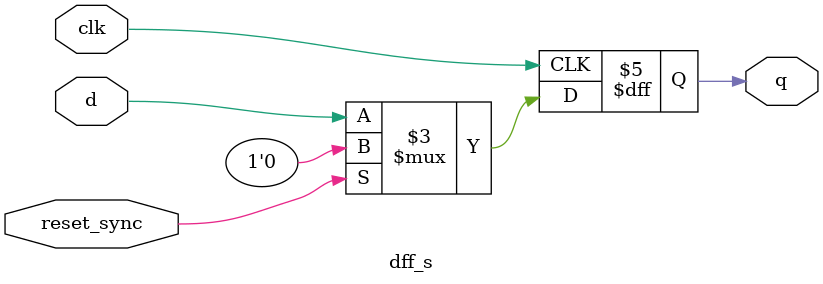
<source format=v>
module dff_s(
    input wire clk,        
    input wire reset_sync, 
    input wire d,     
    output reg q       
);

always @(posedge clk) begin
    if (reset_sync) begin
        q <= 0;
    end
    else begin
        q <= d;
    end
end

endmodule

</source>
